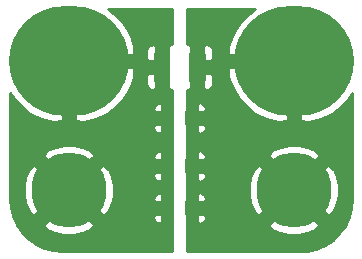
<source format=gbr>
G04 #@! TF.GenerationSoftware,KiCad,Pcbnew,(5.1.5)-3*
G04 #@! TF.CreationDate,2021-08-01T09:21:07-04:00*
G04 #@! TF.ProjectId,BindingPost_PCB,42696e64-696e-4675-906f-73745f504342,rev?*
G04 #@! TF.SameCoordinates,Original*
G04 #@! TF.FileFunction,Copper,L1,Top*
G04 #@! TF.FilePolarity,Positive*
%FSLAX46Y46*%
G04 Gerber Fmt 4.6, Leading zero omitted, Abs format (unit mm)*
G04 Created by KiCad (PCBNEW (5.1.5)-3) date 2021-08-01 09:21:07*
%MOMM*%
%LPD*%
G04 APERTURE LIST*
%ADD10C,6.350000*%
%ADD11O,10.160000X9.271000*%
%ADD12C,0.100000*%
%ADD13C,0.254000*%
G04 APERTURE END LIST*
D10*
X24892000Y-16002000D03*
X5842000Y-16002000D03*
D11*
X5842000Y-5080000D03*
X24892000Y-5080000D03*
G04 #@! TA.AperFunction,SMDPad,CuDef*
D12*
G36*
X17214504Y-4264204D02*
G01*
X17238773Y-4267804D01*
X17262571Y-4273765D01*
X17285671Y-4282030D01*
X17307849Y-4292520D01*
X17328893Y-4305133D01*
X17348598Y-4319747D01*
X17366777Y-4336223D01*
X17383253Y-4354402D01*
X17397867Y-4374107D01*
X17410480Y-4395151D01*
X17420970Y-4417329D01*
X17429235Y-4440429D01*
X17435196Y-4464227D01*
X17438796Y-4488496D01*
X17440000Y-4513000D01*
X17440000Y-6663000D01*
X17438796Y-6687504D01*
X17435196Y-6711773D01*
X17429235Y-6735571D01*
X17420970Y-6758671D01*
X17410480Y-6780849D01*
X17397867Y-6801893D01*
X17383253Y-6821598D01*
X17366777Y-6839777D01*
X17348598Y-6856253D01*
X17328893Y-6870867D01*
X17307849Y-6883480D01*
X17285671Y-6893970D01*
X17262571Y-6902235D01*
X17238773Y-6908196D01*
X17214504Y-6911796D01*
X17190000Y-6913000D01*
X16265000Y-6913000D01*
X16240496Y-6911796D01*
X16216227Y-6908196D01*
X16192429Y-6902235D01*
X16169329Y-6893970D01*
X16147151Y-6883480D01*
X16126107Y-6870867D01*
X16106402Y-6856253D01*
X16088223Y-6839777D01*
X16071747Y-6821598D01*
X16057133Y-6801893D01*
X16044520Y-6780849D01*
X16034030Y-6758671D01*
X16025765Y-6735571D01*
X16019804Y-6711773D01*
X16016204Y-6687504D01*
X16015000Y-6663000D01*
X16015000Y-4513000D01*
X16016204Y-4488496D01*
X16019804Y-4464227D01*
X16025765Y-4440429D01*
X16034030Y-4417329D01*
X16044520Y-4395151D01*
X16057133Y-4374107D01*
X16071747Y-4354402D01*
X16088223Y-4336223D01*
X16106402Y-4319747D01*
X16126107Y-4305133D01*
X16147151Y-4292520D01*
X16169329Y-4282030D01*
X16192429Y-4273765D01*
X16216227Y-4267804D01*
X16240496Y-4264204D01*
X16265000Y-4263000D01*
X17190000Y-4263000D01*
X17214504Y-4264204D01*
G37*
G04 #@! TD.AperFunction*
G04 #@! TA.AperFunction,SMDPad,CuDef*
G36*
X14239504Y-4264204D02*
G01*
X14263773Y-4267804D01*
X14287571Y-4273765D01*
X14310671Y-4282030D01*
X14332849Y-4292520D01*
X14353893Y-4305133D01*
X14373598Y-4319747D01*
X14391777Y-4336223D01*
X14408253Y-4354402D01*
X14422867Y-4374107D01*
X14435480Y-4395151D01*
X14445970Y-4417329D01*
X14454235Y-4440429D01*
X14460196Y-4464227D01*
X14463796Y-4488496D01*
X14465000Y-4513000D01*
X14465000Y-6663000D01*
X14463796Y-6687504D01*
X14460196Y-6711773D01*
X14454235Y-6735571D01*
X14445970Y-6758671D01*
X14435480Y-6780849D01*
X14422867Y-6801893D01*
X14408253Y-6821598D01*
X14391777Y-6839777D01*
X14373598Y-6856253D01*
X14353893Y-6870867D01*
X14332849Y-6883480D01*
X14310671Y-6893970D01*
X14287571Y-6902235D01*
X14263773Y-6908196D01*
X14239504Y-6911796D01*
X14215000Y-6913000D01*
X13290000Y-6913000D01*
X13265496Y-6911796D01*
X13241227Y-6908196D01*
X13217429Y-6902235D01*
X13194329Y-6893970D01*
X13172151Y-6883480D01*
X13151107Y-6870867D01*
X13131402Y-6856253D01*
X13113223Y-6839777D01*
X13096747Y-6821598D01*
X13082133Y-6801893D01*
X13069520Y-6780849D01*
X13059030Y-6758671D01*
X13050765Y-6735571D01*
X13044804Y-6711773D01*
X13041204Y-6687504D01*
X13040000Y-6663000D01*
X13040000Y-4513000D01*
X13041204Y-4488496D01*
X13044804Y-4464227D01*
X13050765Y-4440429D01*
X13059030Y-4417329D01*
X13069520Y-4395151D01*
X13082133Y-4374107D01*
X13096747Y-4354402D01*
X13113223Y-4336223D01*
X13131402Y-4319747D01*
X13151107Y-4305133D01*
X13172151Y-4292520D01*
X13194329Y-4282030D01*
X13217429Y-4273765D01*
X13241227Y-4267804D01*
X13265496Y-4264204D01*
X13290000Y-4263000D01*
X14215000Y-4263000D01*
X14239504Y-4264204D01*
G37*
G04 #@! TD.AperFunction*
G04 #@! TA.AperFunction,SMDPad,CuDef*
G36*
X16614505Y-9207204D02*
G01*
X16638773Y-9210804D01*
X16662572Y-9216765D01*
X16685671Y-9225030D01*
X16707850Y-9235520D01*
X16728893Y-9248132D01*
X16748599Y-9262747D01*
X16766777Y-9279223D01*
X16783253Y-9297401D01*
X16797868Y-9317107D01*
X16810480Y-9338150D01*
X16820970Y-9360329D01*
X16829235Y-9383428D01*
X16835196Y-9407227D01*
X16838796Y-9431495D01*
X16840000Y-9455999D01*
X16840000Y-10356001D01*
X16838796Y-10380505D01*
X16835196Y-10404773D01*
X16829235Y-10428572D01*
X16820970Y-10451671D01*
X16810480Y-10473850D01*
X16797868Y-10494893D01*
X16783253Y-10514599D01*
X16766777Y-10532777D01*
X16748599Y-10549253D01*
X16728893Y-10563868D01*
X16707850Y-10576480D01*
X16685671Y-10586970D01*
X16662572Y-10595235D01*
X16638773Y-10601196D01*
X16614505Y-10604796D01*
X16590001Y-10606000D01*
X15939999Y-10606000D01*
X15915495Y-10604796D01*
X15891227Y-10601196D01*
X15867428Y-10595235D01*
X15844329Y-10586970D01*
X15822150Y-10576480D01*
X15801107Y-10563868D01*
X15781401Y-10549253D01*
X15763223Y-10532777D01*
X15746747Y-10514599D01*
X15732132Y-10494893D01*
X15719520Y-10473850D01*
X15709030Y-10451671D01*
X15700765Y-10428572D01*
X15694804Y-10404773D01*
X15691204Y-10380505D01*
X15690000Y-10356001D01*
X15690000Y-9455999D01*
X15691204Y-9431495D01*
X15694804Y-9407227D01*
X15700765Y-9383428D01*
X15709030Y-9360329D01*
X15719520Y-9338150D01*
X15732132Y-9317107D01*
X15746747Y-9297401D01*
X15763223Y-9279223D01*
X15781401Y-9262747D01*
X15801107Y-9248132D01*
X15822150Y-9235520D01*
X15844329Y-9225030D01*
X15867428Y-9216765D01*
X15891227Y-9210804D01*
X15915495Y-9207204D01*
X15939999Y-9206000D01*
X16590001Y-9206000D01*
X16614505Y-9207204D01*
G37*
G04 #@! TD.AperFunction*
G04 #@! TA.AperFunction,SMDPad,CuDef*
G36*
X14564505Y-9207204D02*
G01*
X14588773Y-9210804D01*
X14612572Y-9216765D01*
X14635671Y-9225030D01*
X14657850Y-9235520D01*
X14678893Y-9248132D01*
X14698599Y-9262747D01*
X14716777Y-9279223D01*
X14733253Y-9297401D01*
X14747868Y-9317107D01*
X14760480Y-9338150D01*
X14770970Y-9360329D01*
X14779235Y-9383428D01*
X14785196Y-9407227D01*
X14788796Y-9431495D01*
X14790000Y-9455999D01*
X14790000Y-10356001D01*
X14788796Y-10380505D01*
X14785196Y-10404773D01*
X14779235Y-10428572D01*
X14770970Y-10451671D01*
X14760480Y-10473850D01*
X14747868Y-10494893D01*
X14733253Y-10514599D01*
X14716777Y-10532777D01*
X14698599Y-10549253D01*
X14678893Y-10563868D01*
X14657850Y-10576480D01*
X14635671Y-10586970D01*
X14612572Y-10595235D01*
X14588773Y-10601196D01*
X14564505Y-10604796D01*
X14540001Y-10606000D01*
X13889999Y-10606000D01*
X13865495Y-10604796D01*
X13841227Y-10601196D01*
X13817428Y-10595235D01*
X13794329Y-10586970D01*
X13772150Y-10576480D01*
X13751107Y-10563868D01*
X13731401Y-10549253D01*
X13713223Y-10532777D01*
X13696747Y-10514599D01*
X13682132Y-10494893D01*
X13669520Y-10473850D01*
X13659030Y-10451671D01*
X13650765Y-10428572D01*
X13644804Y-10404773D01*
X13641204Y-10380505D01*
X13640000Y-10356001D01*
X13640000Y-9455999D01*
X13641204Y-9431495D01*
X13644804Y-9407227D01*
X13650765Y-9383428D01*
X13659030Y-9360329D01*
X13669520Y-9338150D01*
X13682132Y-9317107D01*
X13696747Y-9297401D01*
X13713223Y-9279223D01*
X13731401Y-9262747D01*
X13751107Y-9248132D01*
X13772150Y-9235520D01*
X13794329Y-9225030D01*
X13817428Y-9216765D01*
X13841227Y-9210804D01*
X13865495Y-9207204D01*
X13889999Y-9206000D01*
X14540001Y-9206000D01*
X14564505Y-9207204D01*
G37*
G04 #@! TD.AperFunction*
G04 #@! TA.AperFunction,SMDPad,CuDef*
G36*
X14564505Y-13271204D02*
G01*
X14588773Y-13274804D01*
X14612572Y-13280765D01*
X14635671Y-13289030D01*
X14657850Y-13299520D01*
X14678893Y-13312132D01*
X14698599Y-13326747D01*
X14716777Y-13343223D01*
X14733253Y-13361401D01*
X14747868Y-13381107D01*
X14760480Y-13402150D01*
X14770970Y-13424329D01*
X14779235Y-13447428D01*
X14785196Y-13471227D01*
X14788796Y-13495495D01*
X14790000Y-13519999D01*
X14790000Y-14420001D01*
X14788796Y-14444505D01*
X14785196Y-14468773D01*
X14779235Y-14492572D01*
X14770970Y-14515671D01*
X14760480Y-14537850D01*
X14747868Y-14558893D01*
X14733253Y-14578599D01*
X14716777Y-14596777D01*
X14698599Y-14613253D01*
X14678893Y-14627868D01*
X14657850Y-14640480D01*
X14635671Y-14650970D01*
X14612572Y-14659235D01*
X14588773Y-14665196D01*
X14564505Y-14668796D01*
X14540001Y-14670000D01*
X13889999Y-14670000D01*
X13865495Y-14668796D01*
X13841227Y-14665196D01*
X13817428Y-14659235D01*
X13794329Y-14650970D01*
X13772150Y-14640480D01*
X13751107Y-14627868D01*
X13731401Y-14613253D01*
X13713223Y-14596777D01*
X13696747Y-14578599D01*
X13682132Y-14558893D01*
X13669520Y-14537850D01*
X13659030Y-14515671D01*
X13650765Y-14492572D01*
X13644804Y-14468773D01*
X13641204Y-14444505D01*
X13640000Y-14420001D01*
X13640000Y-13519999D01*
X13641204Y-13495495D01*
X13644804Y-13471227D01*
X13650765Y-13447428D01*
X13659030Y-13424329D01*
X13669520Y-13402150D01*
X13682132Y-13381107D01*
X13696747Y-13361401D01*
X13713223Y-13343223D01*
X13731401Y-13326747D01*
X13751107Y-13312132D01*
X13772150Y-13299520D01*
X13794329Y-13289030D01*
X13817428Y-13280765D01*
X13841227Y-13274804D01*
X13865495Y-13271204D01*
X13889999Y-13270000D01*
X14540001Y-13270000D01*
X14564505Y-13271204D01*
G37*
G04 #@! TD.AperFunction*
G04 #@! TA.AperFunction,SMDPad,CuDef*
G36*
X16614505Y-13271204D02*
G01*
X16638773Y-13274804D01*
X16662572Y-13280765D01*
X16685671Y-13289030D01*
X16707850Y-13299520D01*
X16728893Y-13312132D01*
X16748599Y-13326747D01*
X16766777Y-13343223D01*
X16783253Y-13361401D01*
X16797868Y-13381107D01*
X16810480Y-13402150D01*
X16820970Y-13424329D01*
X16829235Y-13447428D01*
X16835196Y-13471227D01*
X16838796Y-13495495D01*
X16840000Y-13519999D01*
X16840000Y-14420001D01*
X16838796Y-14444505D01*
X16835196Y-14468773D01*
X16829235Y-14492572D01*
X16820970Y-14515671D01*
X16810480Y-14537850D01*
X16797868Y-14558893D01*
X16783253Y-14578599D01*
X16766777Y-14596777D01*
X16748599Y-14613253D01*
X16728893Y-14627868D01*
X16707850Y-14640480D01*
X16685671Y-14650970D01*
X16662572Y-14659235D01*
X16638773Y-14665196D01*
X16614505Y-14668796D01*
X16590001Y-14670000D01*
X15939999Y-14670000D01*
X15915495Y-14668796D01*
X15891227Y-14665196D01*
X15867428Y-14659235D01*
X15844329Y-14650970D01*
X15822150Y-14640480D01*
X15801107Y-14627868D01*
X15781401Y-14613253D01*
X15763223Y-14596777D01*
X15746747Y-14578599D01*
X15732132Y-14558893D01*
X15719520Y-14537850D01*
X15709030Y-14515671D01*
X15700765Y-14492572D01*
X15694804Y-14468773D01*
X15691204Y-14444505D01*
X15690000Y-14420001D01*
X15690000Y-13519999D01*
X15691204Y-13495495D01*
X15694804Y-13471227D01*
X15700765Y-13447428D01*
X15709030Y-13424329D01*
X15719520Y-13402150D01*
X15732132Y-13381107D01*
X15746747Y-13361401D01*
X15763223Y-13343223D01*
X15781401Y-13326747D01*
X15801107Y-13312132D01*
X15822150Y-13299520D01*
X15844329Y-13289030D01*
X15867428Y-13280765D01*
X15891227Y-13274804D01*
X15915495Y-13271204D01*
X15939999Y-13270000D01*
X16590001Y-13270000D01*
X16614505Y-13271204D01*
G37*
G04 #@! TD.AperFunction*
G04 #@! TA.AperFunction,SMDPad,CuDef*
G36*
X16614505Y-16827204D02*
G01*
X16638773Y-16830804D01*
X16662572Y-16836765D01*
X16685671Y-16845030D01*
X16707850Y-16855520D01*
X16728893Y-16868132D01*
X16748599Y-16882747D01*
X16766777Y-16899223D01*
X16783253Y-16917401D01*
X16797868Y-16937107D01*
X16810480Y-16958150D01*
X16820970Y-16980329D01*
X16829235Y-17003428D01*
X16835196Y-17027227D01*
X16838796Y-17051495D01*
X16840000Y-17075999D01*
X16840000Y-17976001D01*
X16838796Y-18000505D01*
X16835196Y-18024773D01*
X16829235Y-18048572D01*
X16820970Y-18071671D01*
X16810480Y-18093850D01*
X16797868Y-18114893D01*
X16783253Y-18134599D01*
X16766777Y-18152777D01*
X16748599Y-18169253D01*
X16728893Y-18183868D01*
X16707850Y-18196480D01*
X16685671Y-18206970D01*
X16662572Y-18215235D01*
X16638773Y-18221196D01*
X16614505Y-18224796D01*
X16590001Y-18226000D01*
X15939999Y-18226000D01*
X15915495Y-18224796D01*
X15891227Y-18221196D01*
X15867428Y-18215235D01*
X15844329Y-18206970D01*
X15822150Y-18196480D01*
X15801107Y-18183868D01*
X15781401Y-18169253D01*
X15763223Y-18152777D01*
X15746747Y-18134599D01*
X15732132Y-18114893D01*
X15719520Y-18093850D01*
X15709030Y-18071671D01*
X15700765Y-18048572D01*
X15694804Y-18024773D01*
X15691204Y-18000505D01*
X15690000Y-17976001D01*
X15690000Y-17075999D01*
X15691204Y-17051495D01*
X15694804Y-17027227D01*
X15700765Y-17003428D01*
X15709030Y-16980329D01*
X15719520Y-16958150D01*
X15732132Y-16937107D01*
X15746747Y-16917401D01*
X15763223Y-16899223D01*
X15781401Y-16882747D01*
X15801107Y-16868132D01*
X15822150Y-16855520D01*
X15844329Y-16845030D01*
X15867428Y-16836765D01*
X15891227Y-16830804D01*
X15915495Y-16827204D01*
X15939999Y-16826000D01*
X16590001Y-16826000D01*
X16614505Y-16827204D01*
G37*
G04 #@! TD.AperFunction*
G04 #@! TA.AperFunction,SMDPad,CuDef*
G36*
X14564505Y-16827204D02*
G01*
X14588773Y-16830804D01*
X14612572Y-16836765D01*
X14635671Y-16845030D01*
X14657850Y-16855520D01*
X14678893Y-16868132D01*
X14698599Y-16882747D01*
X14716777Y-16899223D01*
X14733253Y-16917401D01*
X14747868Y-16937107D01*
X14760480Y-16958150D01*
X14770970Y-16980329D01*
X14779235Y-17003428D01*
X14785196Y-17027227D01*
X14788796Y-17051495D01*
X14790000Y-17075999D01*
X14790000Y-17976001D01*
X14788796Y-18000505D01*
X14785196Y-18024773D01*
X14779235Y-18048572D01*
X14770970Y-18071671D01*
X14760480Y-18093850D01*
X14747868Y-18114893D01*
X14733253Y-18134599D01*
X14716777Y-18152777D01*
X14698599Y-18169253D01*
X14678893Y-18183868D01*
X14657850Y-18196480D01*
X14635671Y-18206970D01*
X14612572Y-18215235D01*
X14588773Y-18221196D01*
X14564505Y-18224796D01*
X14540001Y-18226000D01*
X13889999Y-18226000D01*
X13865495Y-18224796D01*
X13841227Y-18221196D01*
X13817428Y-18215235D01*
X13794329Y-18206970D01*
X13772150Y-18196480D01*
X13751107Y-18183868D01*
X13731401Y-18169253D01*
X13713223Y-18152777D01*
X13696747Y-18134599D01*
X13682132Y-18114893D01*
X13669520Y-18093850D01*
X13659030Y-18071671D01*
X13650765Y-18048572D01*
X13644804Y-18024773D01*
X13641204Y-18000505D01*
X13640000Y-17976001D01*
X13640000Y-17075999D01*
X13641204Y-17051495D01*
X13644804Y-17027227D01*
X13650765Y-17003428D01*
X13659030Y-16980329D01*
X13669520Y-16958150D01*
X13682132Y-16937107D01*
X13696747Y-16917401D01*
X13713223Y-16899223D01*
X13731401Y-16882747D01*
X13751107Y-16868132D01*
X13772150Y-16855520D01*
X13794329Y-16845030D01*
X13817428Y-16836765D01*
X13841227Y-16830804D01*
X13865495Y-16827204D01*
X13889999Y-16826000D01*
X14540001Y-16826000D01*
X14564505Y-16827204D01*
G37*
G04 #@! TD.AperFunction*
D13*
G36*
X14605000Y-3641895D02*
G01*
X14589482Y-3637188D01*
X14465000Y-3624928D01*
X14419250Y-3628000D01*
X14260500Y-3786750D01*
X14260500Y-5080000D01*
X14280500Y-5080000D01*
X14280500Y-6096000D01*
X14260500Y-6096000D01*
X14260500Y-7389250D01*
X14419250Y-7548000D01*
X14465000Y-7551072D01*
X14589482Y-7538812D01*
X14605000Y-7534105D01*
X14605000Y-21184000D01*
X5363392Y-21184000D01*
X4551751Y-21111563D01*
X3794226Y-20904328D01*
X3085373Y-20566221D01*
X2447590Y-20107928D01*
X1901054Y-19543945D01*
X1489230Y-18931086D01*
X3631335Y-18931086D01*
X4022581Y-19370476D01*
X4714698Y-19660703D01*
X5450136Y-19810328D01*
X6200634Y-19813600D01*
X6937349Y-19670395D01*
X7631972Y-19386216D01*
X7661419Y-19370476D01*
X8052665Y-18931086D01*
X7337626Y-18216046D01*
X13002006Y-18216046D01*
X13012323Y-18340704D01*
X13046761Y-18460954D01*
X13103997Y-18572174D01*
X13181831Y-18670092D01*
X13277273Y-18750943D01*
X13386654Y-18811621D01*
X13505771Y-18849794D01*
X13608250Y-18861000D01*
X13767000Y-18702250D01*
X13767000Y-18034000D01*
X13163750Y-18034000D01*
X13005000Y-18192750D01*
X13002006Y-18216046D01*
X7337626Y-18216046D01*
X5842000Y-16720420D01*
X3631335Y-18931086D01*
X1489230Y-18931086D01*
X1463022Y-18892085D01*
X1147349Y-18172963D01*
X962794Y-17404232D01*
X914000Y-16739792D01*
X914000Y-16360634D01*
X2030400Y-16360634D01*
X2173605Y-17097349D01*
X2457784Y-17791972D01*
X2473524Y-17821419D01*
X2912914Y-18212665D01*
X5123580Y-16002000D01*
X6560420Y-16002000D01*
X8771086Y-18212665D01*
X9210476Y-17821419D01*
X9500703Y-17129302D01*
X9560384Y-16835954D01*
X13002006Y-16835954D01*
X13005000Y-16859250D01*
X13163750Y-17018000D01*
X13767000Y-17018000D01*
X13767000Y-16349750D01*
X13608250Y-16191000D01*
X13505771Y-16202206D01*
X13386654Y-16240379D01*
X13277273Y-16301057D01*
X13181831Y-16381908D01*
X13103997Y-16479826D01*
X13046761Y-16591046D01*
X13012323Y-16711296D01*
X13002006Y-16835954D01*
X9560384Y-16835954D01*
X9650328Y-16393864D01*
X9653600Y-15643366D01*
X9510395Y-14906651D01*
X9409506Y-14660046D01*
X13002006Y-14660046D01*
X13012323Y-14784704D01*
X13046761Y-14904954D01*
X13103997Y-15016174D01*
X13181831Y-15114092D01*
X13277273Y-15194943D01*
X13386654Y-15255621D01*
X13505771Y-15293794D01*
X13608250Y-15305000D01*
X13767000Y-15146250D01*
X13767000Y-14478000D01*
X13163750Y-14478000D01*
X13005000Y-14636750D01*
X13002006Y-14660046D01*
X9409506Y-14660046D01*
X9226216Y-14212028D01*
X9210476Y-14182581D01*
X8771086Y-13791335D01*
X6560420Y-16002000D01*
X5123580Y-16002000D01*
X2912914Y-13791335D01*
X2473524Y-14182581D01*
X2183297Y-14874698D01*
X2033672Y-15610136D01*
X2030400Y-16360634D01*
X914000Y-16360634D01*
X914000Y-13072914D01*
X3631335Y-13072914D01*
X5842000Y-15283580D01*
X7845625Y-13279954D01*
X13002006Y-13279954D01*
X13005000Y-13303250D01*
X13163750Y-13462000D01*
X13767000Y-13462000D01*
X13767000Y-12793750D01*
X13608250Y-12635000D01*
X13505771Y-12646206D01*
X13386654Y-12684379D01*
X13277273Y-12745057D01*
X13181831Y-12825908D01*
X13103997Y-12923826D01*
X13046761Y-13035046D01*
X13012323Y-13155296D01*
X13002006Y-13279954D01*
X7845625Y-13279954D01*
X8052665Y-13072914D01*
X7661419Y-12633524D01*
X6969302Y-12343297D01*
X6233864Y-12193672D01*
X5483366Y-12190400D01*
X4746651Y-12333605D01*
X4052028Y-12617784D01*
X4022581Y-12633524D01*
X3631335Y-13072914D01*
X914000Y-13072914D01*
X914000Y-10596046D01*
X13002006Y-10596046D01*
X13012323Y-10720704D01*
X13046761Y-10840954D01*
X13103997Y-10952174D01*
X13181831Y-11050092D01*
X13277273Y-11130943D01*
X13386654Y-11191621D01*
X13505771Y-11229794D01*
X13608250Y-11241000D01*
X13767000Y-11082250D01*
X13767000Y-10414000D01*
X13163750Y-10414000D01*
X13005000Y-10572750D01*
X13002006Y-10596046D01*
X914000Y-10596046D01*
X914000Y-7800682D01*
X1098728Y-8124751D01*
X1775329Y-8904896D01*
X2591128Y-9538052D01*
X3514774Y-9999888D01*
X4510773Y-10272655D01*
X5334000Y-10188690D01*
X5334000Y-5588000D01*
X6350000Y-5588000D01*
X6350000Y-10188690D01*
X7173227Y-10272655D01*
X8169226Y-9999888D01*
X9092872Y-9538052D01*
X9507883Y-9215954D01*
X13002006Y-9215954D01*
X13005000Y-9239250D01*
X13163750Y-9398000D01*
X13767000Y-9398000D01*
X13767000Y-8729750D01*
X13608250Y-8571000D01*
X13505771Y-8582206D01*
X13386654Y-8620379D01*
X13277273Y-8681057D01*
X13181831Y-8761908D01*
X13103997Y-8859826D01*
X13046761Y-8971046D01*
X13012323Y-9091296D01*
X13002006Y-9215954D01*
X9507883Y-9215954D01*
X9908671Y-8904896D01*
X10585272Y-8124751D01*
X11096674Y-7227598D01*
X11207893Y-6913000D01*
X12401928Y-6913000D01*
X12414188Y-7037482D01*
X12450498Y-7157180D01*
X12509463Y-7267494D01*
X12588815Y-7364185D01*
X12685506Y-7443537D01*
X12795820Y-7502502D01*
X12915518Y-7538812D01*
X13040000Y-7551072D01*
X13085750Y-7548000D01*
X13244500Y-7389250D01*
X13244500Y-6096000D01*
X12563750Y-6096000D01*
X12405000Y-6254750D01*
X12401928Y-6913000D01*
X11207893Y-6913000D01*
X11388406Y-6402395D01*
X11372945Y-5588000D01*
X6350000Y-5588000D01*
X5334000Y-5588000D01*
X5314000Y-5588000D01*
X5314000Y-4572000D01*
X5334000Y-4572000D01*
X5334000Y-4552000D01*
X6350000Y-4552000D01*
X6350000Y-4572000D01*
X11372945Y-4572000D01*
X11378811Y-4263000D01*
X12401928Y-4263000D01*
X12405000Y-4921250D01*
X12563750Y-5080000D01*
X13244500Y-5080000D01*
X13244500Y-3786750D01*
X13085750Y-3628000D01*
X13040000Y-3624928D01*
X12915518Y-3637188D01*
X12795820Y-3673498D01*
X12685506Y-3732463D01*
X12588815Y-3811815D01*
X12509463Y-3908506D01*
X12450498Y-4018820D01*
X12414188Y-4138518D01*
X12401928Y-4263000D01*
X11378811Y-4263000D01*
X11388406Y-3757605D01*
X11096674Y-2932402D01*
X10585272Y-2035249D01*
X9908671Y-1255104D01*
X9141901Y-660000D01*
X14605000Y-660000D01*
X14605000Y-3641895D01*
G37*
X14605000Y-3641895D02*
X14589482Y-3637188D01*
X14465000Y-3624928D01*
X14419250Y-3628000D01*
X14260500Y-3786750D01*
X14260500Y-5080000D01*
X14280500Y-5080000D01*
X14280500Y-6096000D01*
X14260500Y-6096000D01*
X14260500Y-7389250D01*
X14419250Y-7548000D01*
X14465000Y-7551072D01*
X14589482Y-7538812D01*
X14605000Y-7534105D01*
X14605000Y-21184000D01*
X5363392Y-21184000D01*
X4551751Y-21111563D01*
X3794226Y-20904328D01*
X3085373Y-20566221D01*
X2447590Y-20107928D01*
X1901054Y-19543945D01*
X1489230Y-18931086D01*
X3631335Y-18931086D01*
X4022581Y-19370476D01*
X4714698Y-19660703D01*
X5450136Y-19810328D01*
X6200634Y-19813600D01*
X6937349Y-19670395D01*
X7631972Y-19386216D01*
X7661419Y-19370476D01*
X8052665Y-18931086D01*
X7337626Y-18216046D01*
X13002006Y-18216046D01*
X13012323Y-18340704D01*
X13046761Y-18460954D01*
X13103997Y-18572174D01*
X13181831Y-18670092D01*
X13277273Y-18750943D01*
X13386654Y-18811621D01*
X13505771Y-18849794D01*
X13608250Y-18861000D01*
X13767000Y-18702250D01*
X13767000Y-18034000D01*
X13163750Y-18034000D01*
X13005000Y-18192750D01*
X13002006Y-18216046D01*
X7337626Y-18216046D01*
X5842000Y-16720420D01*
X3631335Y-18931086D01*
X1489230Y-18931086D01*
X1463022Y-18892085D01*
X1147349Y-18172963D01*
X962794Y-17404232D01*
X914000Y-16739792D01*
X914000Y-16360634D01*
X2030400Y-16360634D01*
X2173605Y-17097349D01*
X2457784Y-17791972D01*
X2473524Y-17821419D01*
X2912914Y-18212665D01*
X5123580Y-16002000D01*
X6560420Y-16002000D01*
X8771086Y-18212665D01*
X9210476Y-17821419D01*
X9500703Y-17129302D01*
X9560384Y-16835954D01*
X13002006Y-16835954D01*
X13005000Y-16859250D01*
X13163750Y-17018000D01*
X13767000Y-17018000D01*
X13767000Y-16349750D01*
X13608250Y-16191000D01*
X13505771Y-16202206D01*
X13386654Y-16240379D01*
X13277273Y-16301057D01*
X13181831Y-16381908D01*
X13103997Y-16479826D01*
X13046761Y-16591046D01*
X13012323Y-16711296D01*
X13002006Y-16835954D01*
X9560384Y-16835954D01*
X9650328Y-16393864D01*
X9653600Y-15643366D01*
X9510395Y-14906651D01*
X9409506Y-14660046D01*
X13002006Y-14660046D01*
X13012323Y-14784704D01*
X13046761Y-14904954D01*
X13103997Y-15016174D01*
X13181831Y-15114092D01*
X13277273Y-15194943D01*
X13386654Y-15255621D01*
X13505771Y-15293794D01*
X13608250Y-15305000D01*
X13767000Y-15146250D01*
X13767000Y-14478000D01*
X13163750Y-14478000D01*
X13005000Y-14636750D01*
X13002006Y-14660046D01*
X9409506Y-14660046D01*
X9226216Y-14212028D01*
X9210476Y-14182581D01*
X8771086Y-13791335D01*
X6560420Y-16002000D01*
X5123580Y-16002000D01*
X2912914Y-13791335D01*
X2473524Y-14182581D01*
X2183297Y-14874698D01*
X2033672Y-15610136D01*
X2030400Y-16360634D01*
X914000Y-16360634D01*
X914000Y-13072914D01*
X3631335Y-13072914D01*
X5842000Y-15283580D01*
X7845625Y-13279954D01*
X13002006Y-13279954D01*
X13005000Y-13303250D01*
X13163750Y-13462000D01*
X13767000Y-13462000D01*
X13767000Y-12793750D01*
X13608250Y-12635000D01*
X13505771Y-12646206D01*
X13386654Y-12684379D01*
X13277273Y-12745057D01*
X13181831Y-12825908D01*
X13103997Y-12923826D01*
X13046761Y-13035046D01*
X13012323Y-13155296D01*
X13002006Y-13279954D01*
X7845625Y-13279954D01*
X8052665Y-13072914D01*
X7661419Y-12633524D01*
X6969302Y-12343297D01*
X6233864Y-12193672D01*
X5483366Y-12190400D01*
X4746651Y-12333605D01*
X4052028Y-12617784D01*
X4022581Y-12633524D01*
X3631335Y-13072914D01*
X914000Y-13072914D01*
X914000Y-10596046D01*
X13002006Y-10596046D01*
X13012323Y-10720704D01*
X13046761Y-10840954D01*
X13103997Y-10952174D01*
X13181831Y-11050092D01*
X13277273Y-11130943D01*
X13386654Y-11191621D01*
X13505771Y-11229794D01*
X13608250Y-11241000D01*
X13767000Y-11082250D01*
X13767000Y-10414000D01*
X13163750Y-10414000D01*
X13005000Y-10572750D01*
X13002006Y-10596046D01*
X914000Y-10596046D01*
X914000Y-7800682D01*
X1098728Y-8124751D01*
X1775329Y-8904896D01*
X2591128Y-9538052D01*
X3514774Y-9999888D01*
X4510773Y-10272655D01*
X5334000Y-10188690D01*
X5334000Y-5588000D01*
X6350000Y-5588000D01*
X6350000Y-10188690D01*
X7173227Y-10272655D01*
X8169226Y-9999888D01*
X9092872Y-9538052D01*
X9507883Y-9215954D01*
X13002006Y-9215954D01*
X13005000Y-9239250D01*
X13163750Y-9398000D01*
X13767000Y-9398000D01*
X13767000Y-8729750D01*
X13608250Y-8571000D01*
X13505771Y-8582206D01*
X13386654Y-8620379D01*
X13277273Y-8681057D01*
X13181831Y-8761908D01*
X13103997Y-8859826D01*
X13046761Y-8971046D01*
X13012323Y-9091296D01*
X13002006Y-9215954D01*
X9507883Y-9215954D01*
X9908671Y-8904896D01*
X10585272Y-8124751D01*
X11096674Y-7227598D01*
X11207893Y-6913000D01*
X12401928Y-6913000D01*
X12414188Y-7037482D01*
X12450498Y-7157180D01*
X12509463Y-7267494D01*
X12588815Y-7364185D01*
X12685506Y-7443537D01*
X12795820Y-7502502D01*
X12915518Y-7538812D01*
X13040000Y-7551072D01*
X13085750Y-7548000D01*
X13244500Y-7389250D01*
X13244500Y-6096000D01*
X12563750Y-6096000D01*
X12405000Y-6254750D01*
X12401928Y-6913000D01*
X11207893Y-6913000D01*
X11388406Y-6402395D01*
X11372945Y-5588000D01*
X6350000Y-5588000D01*
X5334000Y-5588000D01*
X5314000Y-5588000D01*
X5314000Y-4572000D01*
X5334000Y-4572000D01*
X5334000Y-4552000D01*
X6350000Y-4552000D01*
X6350000Y-4572000D01*
X11372945Y-4572000D01*
X11378811Y-4263000D01*
X12401928Y-4263000D01*
X12405000Y-4921250D01*
X12563750Y-5080000D01*
X13244500Y-5080000D01*
X13244500Y-3786750D01*
X13085750Y-3628000D01*
X13040000Y-3624928D01*
X12915518Y-3637188D01*
X12795820Y-3673498D01*
X12685506Y-3732463D01*
X12588815Y-3811815D01*
X12509463Y-3908506D01*
X12450498Y-4018820D01*
X12414188Y-4138518D01*
X12401928Y-4263000D01*
X11378811Y-4263000D01*
X11388406Y-3757605D01*
X11096674Y-2932402D01*
X10585272Y-2035249D01*
X9908671Y-1255104D01*
X9141901Y-660000D01*
X14605000Y-660000D01*
X14605000Y-3641895D01*
G36*
X20825329Y-1255104D02*
G01*
X20148728Y-2035249D01*
X19637326Y-2932402D01*
X19345594Y-3757605D01*
X19361055Y-4572000D01*
X24384000Y-4572000D01*
X24384000Y-4552000D01*
X25400000Y-4552000D01*
X25400000Y-4572000D01*
X25420000Y-4572000D01*
X25420000Y-5588000D01*
X25400000Y-5588000D01*
X25400000Y-10188690D01*
X26223227Y-10272655D01*
X27219226Y-9999888D01*
X28142872Y-9538052D01*
X28958671Y-8904896D01*
X29635272Y-8124751D01*
X29821477Y-7798092D01*
X29826330Y-16734783D01*
X29753808Y-17547372D01*
X29546276Y-18305984D01*
X29207682Y-19015862D01*
X28748738Y-19654550D01*
X28183938Y-20201878D01*
X27531142Y-20640539D01*
X26810988Y-20956665D01*
X26033095Y-21143420D01*
X25621539Y-21184000D01*
X15875000Y-21184000D01*
X15875000Y-18931086D01*
X22681335Y-18931086D01*
X23072581Y-19370476D01*
X23764698Y-19660703D01*
X24500136Y-19810328D01*
X25250634Y-19813600D01*
X25987349Y-19670395D01*
X26681972Y-19386216D01*
X26711419Y-19370476D01*
X27102665Y-18931086D01*
X24892000Y-16720420D01*
X22681335Y-18931086D01*
X15875000Y-18931086D01*
X15875000Y-18034000D01*
X16713000Y-18034000D01*
X16713000Y-18702250D01*
X16871750Y-18861000D01*
X16974229Y-18849794D01*
X17093346Y-18811621D01*
X17202727Y-18750943D01*
X17298169Y-18670092D01*
X17376003Y-18572174D01*
X17433239Y-18460954D01*
X17467677Y-18340704D01*
X17477994Y-18216046D01*
X17475000Y-18192750D01*
X17316250Y-18034000D01*
X16713000Y-18034000D01*
X15875000Y-18034000D01*
X15875000Y-16349750D01*
X16713000Y-16349750D01*
X16713000Y-17018000D01*
X17316250Y-17018000D01*
X17475000Y-16859250D01*
X17477994Y-16835954D01*
X17467677Y-16711296D01*
X17433239Y-16591046D01*
X17376003Y-16479826D01*
X17298169Y-16381908D01*
X17273056Y-16360634D01*
X21080400Y-16360634D01*
X21223605Y-17097349D01*
X21507784Y-17791972D01*
X21523524Y-17821419D01*
X21962914Y-18212665D01*
X24173580Y-16002000D01*
X25610420Y-16002000D01*
X27821086Y-18212665D01*
X28260476Y-17821419D01*
X28550703Y-17129302D01*
X28700328Y-16393864D01*
X28703600Y-15643366D01*
X28560395Y-14906651D01*
X28276216Y-14212028D01*
X28260476Y-14182581D01*
X27821086Y-13791335D01*
X25610420Y-16002000D01*
X24173580Y-16002000D01*
X21962914Y-13791335D01*
X21523524Y-14182581D01*
X21233297Y-14874698D01*
X21083672Y-15610136D01*
X21080400Y-16360634D01*
X17273056Y-16360634D01*
X17202727Y-16301057D01*
X17093346Y-16240379D01*
X16974229Y-16202206D01*
X16871750Y-16191000D01*
X16713000Y-16349750D01*
X15875000Y-16349750D01*
X15875000Y-14478000D01*
X16713000Y-14478000D01*
X16713000Y-15146250D01*
X16871750Y-15305000D01*
X16974229Y-15293794D01*
X17093346Y-15255621D01*
X17202727Y-15194943D01*
X17298169Y-15114092D01*
X17376003Y-15016174D01*
X17433239Y-14904954D01*
X17467677Y-14784704D01*
X17477994Y-14660046D01*
X17475000Y-14636750D01*
X17316250Y-14478000D01*
X16713000Y-14478000D01*
X15875000Y-14478000D01*
X15875000Y-12793750D01*
X16713000Y-12793750D01*
X16713000Y-13462000D01*
X17316250Y-13462000D01*
X17475000Y-13303250D01*
X17477994Y-13279954D01*
X17467677Y-13155296D01*
X17444084Y-13072914D01*
X22681335Y-13072914D01*
X24892000Y-15283580D01*
X27102665Y-13072914D01*
X26711419Y-12633524D01*
X26019302Y-12343297D01*
X25283864Y-12193672D01*
X24533366Y-12190400D01*
X23796651Y-12333605D01*
X23102028Y-12617784D01*
X23072581Y-12633524D01*
X22681335Y-13072914D01*
X17444084Y-13072914D01*
X17433239Y-13035046D01*
X17376003Y-12923826D01*
X17298169Y-12825908D01*
X17202727Y-12745057D01*
X17093346Y-12684379D01*
X16974229Y-12646206D01*
X16871750Y-12635000D01*
X16713000Y-12793750D01*
X15875000Y-12793750D01*
X15875000Y-10414000D01*
X16713000Y-10414000D01*
X16713000Y-11082250D01*
X16871750Y-11241000D01*
X16974229Y-11229794D01*
X17093346Y-11191621D01*
X17202727Y-11130943D01*
X17298169Y-11050092D01*
X17376003Y-10952174D01*
X17433239Y-10840954D01*
X17467677Y-10720704D01*
X17477994Y-10596046D01*
X17475000Y-10572750D01*
X17316250Y-10414000D01*
X16713000Y-10414000D01*
X15875000Y-10414000D01*
X15875000Y-8729750D01*
X16713000Y-8729750D01*
X16713000Y-9398000D01*
X17316250Y-9398000D01*
X17475000Y-9239250D01*
X17477994Y-9215954D01*
X17467677Y-9091296D01*
X17433239Y-8971046D01*
X17376003Y-8859826D01*
X17298169Y-8761908D01*
X17202727Y-8681057D01*
X17093346Y-8620379D01*
X16974229Y-8582206D01*
X16871750Y-8571000D01*
X16713000Y-8729750D01*
X15875000Y-8729750D01*
X15875000Y-7534105D01*
X15890518Y-7538812D01*
X16015000Y-7551072D01*
X16060750Y-7548000D01*
X16219500Y-7389250D01*
X16219500Y-6096000D01*
X17235500Y-6096000D01*
X17235500Y-7389250D01*
X17394250Y-7548000D01*
X17440000Y-7551072D01*
X17564482Y-7538812D01*
X17684180Y-7502502D01*
X17794494Y-7443537D01*
X17891185Y-7364185D01*
X17970537Y-7267494D01*
X18029502Y-7157180D01*
X18065812Y-7037482D01*
X18078072Y-6913000D01*
X18075690Y-6402395D01*
X19345594Y-6402395D01*
X19637326Y-7227598D01*
X20148728Y-8124751D01*
X20825329Y-8904896D01*
X21641128Y-9538052D01*
X22564774Y-9999888D01*
X23560773Y-10272655D01*
X24384000Y-10188690D01*
X24384000Y-5588000D01*
X19361055Y-5588000D01*
X19345594Y-6402395D01*
X18075690Y-6402395D01*
X18075000Y-6254750D01*
X17916250Y-6096000D01*
X17235500Y-6096000D01*
X16219500Y-6096000D01*
X16199500Y-6096000D01*
X16199500Y-5080000D01*
X16219500Y-5080000D01*
X16219500Y-3786750D01*
X17235500Y-3786750D01*
X17235500Y-5080000D01*
X17916250Y-5080000D01*
X18075000Y-4921250D01*
X18078072Y-4263000D01*
X18065812Y-4138518D01*
X18029502Y-4018820D01*
X17970537Y-3908506D01*
X17891185Y-3811815D01*
X17794494Y-3732463D01*
X17684180Y-3673498D01*
X17564482Y-3637188D01*
X17440000Y-3624928D01*
X17394250Y-3628000D01*
X17235500Y-3786750D01*
X16219500Y-3786750D01*
X16060750Y-3628000D01*
X16015000Y-3624928D01*
X15890518Y-3637188D01*
X15875000Y-3641895D01*
X15875000Y-660000D01*
X21592099Y-660000D01*
X20825329Y-1255104D01*
G37*
X20825329Y-1255104D02*
X20148728Y-2035249D01*
X19637326Y-2932402D01*
X19345594Y-3757605D01*
X19361055Y-4572000D01*
X24384000Y-4572000D01*
X24384000Y-4552000D01*
X25400000Y-4552000D01*
X25400000Y-4572000D01*
X25420000Y-4572000D01*
X25420000Y-5588000D01*
X25400000Y-5588000D01*
X25400000Y-10188690D01*
X26223227Y-10272655D01*
X27219226Y-9999888D01*
X28142872Y-9538052D01*
X28958671Y-8904896D01*
X29635272Y-8124751D01*
X29821477Y-7798092D01*
X29826330Y-16734783D01*
X29753808Y-17547372D01*
X29546276Y-18305984D01*
X29207682Y-19015862D01*
X28748738Y-19654550D01*
X28183938Y-20201878D01*
X27531142Y-20640539D01*
X26810988Y-20956665D01*
X26033095Y-21143420D01*
X25621539Y-21184000D01*
X15875000Y-21184000D01*
X15875000Y-18931086D01*
X22681335Y-18931086D01*
X23072581Y-19370476D01*
X23764698Y-19660703D01*
X24500136Y-19810328D01*
X25250634Y-19813600D01*
X25987349Y-19670395D01*
X26681972Y-19386216D01*
X26711419Y-19370476D01*
X27102665Y-18931086D01*
X24892000Y-16720420D01*
X22681335Y-18931086D01*
X15875000Y-18931086D01*
X15875000Y-18034000D01*
X16713000Y-18034000D01*
X16713000Y-18702250D01*
X16871750Y-18861000D01*
X16974229Y-18849794D01*
X17093346Y-18811621D01*
X17202727Y-18750943D01*
X17298169Y-18670092D01*
X17376003Y-18572174D01*
X17433239Y-18460954D01*
X17467677Y-18340704D01*
X17477994Y-18216046D01*
X17475000Y-18192750D01*
X17316250Y-18034000D01*
X16713000Y-18034000D01*
X15875000Y-18034000D01*
X15875000Y-16349750D01*
X16713000Y-16349750D01*
X16713000Y-17018000D01*
X17316250Y-17018000D01*
X17475000Y-16859250D01*
X17477994Y-16835954D01*
X17467677Y-16711296D01*
X17433239Y-16591046D01*
X17376003Y-16479826D01*
X17298169Y-16381908D01*
X17273056Y-16360634D01*
X21080400Y-16360634D01*
X21223605Y-17097349D01*
X21507784Y-17791972D01*
X21523524Y-17821419D01*
X21962914Y-18212665D01*
X24173580Y-16002000D01*
X25610420Y-16002000D01*
X27821086Y-18212665D01*
X28260476Y-17821419D01*
X28550703Y-17129302D01*
X28700328Y-16393864D01*
X28703600Y-15643366D01*
X28560395Y-14906651D01*
X28276216Y-14212028D01*
X28260476Y-14182581D01*
X27821086Y-13791335D01*
X25610420Y-16002000D01*
X24173580Y-16002000D01*
X21962914Y-13791335D01*
X21523524Y-14182581D01*
X21233297Y-14874698D01*
X21083672Y-15610136D01*
X21080400Y-16360634D01*
X17273056Y-16360634D01*
X17202727Y-16301057D01*
X17093346Y-16240379D01*
X16974229Y-16202206D01*
X16871750Y-16191000D01*
X16713000Y-16349750D01*
X15875000Y-16349750D01*
X15875000Y-14478000D01*
X16713000Y-14478000D01*
X16713000Y-15146250D01*
X16871750Y-15305000D01*
X16974229Y-15293794D01*
X17093346Y-15255621D01*
X17202727Y-15194943D01*
X17298169Y-15114092D01*
X17376003Y-15016174D01*
X17433239Y-14904954D01*
X17467677Y-14784704D01*
X17477994Y-14660046D01*
X17475000Y-14636750D01*
X17316250Y-14478000D01*
X16713000Y-14478000D01*
X15875000Y-14478000D01*
X15875000Y-12793750D01*
X16713000Y-12793750D01*
X16713000Y-13462000D01*
X17316250Y-13462000D01*
X17475000Y-13303250D01*
X17477994Y-13279954D01*
X17467677Y-13155296D01*
X17444084Y-13072914D01*
X22681335Y-13072914D01*
X24892000Y-15283580D01*
X27102665Y-13072914D01*
X26711419Y-12633524D01*
X26019302Y-12343297D01*
X25283864Y-12193672D01*
X24533366Y-12190400D01*
X23796651Y-12333605D01*
X23102028Y-12617784D01*
X23072581Y-12633524D01*
X22681335Y-13072914D01*
X17444084Y-13072914D01*
X17433239Y-13035046D01*
X17376003Y-12923826D01*
X17298169Y-12825908D01*
X17202727Y-12745057D01*
X17093346Y-12684379D01*
X16974229Y-12646206D01*
X16871750Y-12635000D01*
X16713000Y-12793750D01*
X15875000Y-12793750D01*
X15875000Y-10414000D01*
X16713000Y-10414000D01*
X16713000Y-11082250D01*
X16871750Y-11241000D01*
X16974229Y-11229794D01*
X17093346Y-11191621D01*
X17202727Y-11130943D01*
X17298169Y-11050092D01*
X17376003Y-10952174D01*
X17433239Y-10840954D01*
X17467677Y-10720704D01*
X17477994Y-10596046D01*
X17475000Y-10572750D01*
X17316250Y-10414000D01*
X16713000Y-10414000D01*
X15875000Y-10414000D01*
X15875000Y-8729750D01*
X16713000Y-8729750D01*
X16713000Y-9398000D01*
X17316250Y-9398000D01*
X17475000Y-9239250D01*
X17477994Y-9215954D01*
X17467677Y-9091296D01*
X17433239Y-8971046D01*
X17376003Y-8859826D01*
X17298169Y-8761908D01*
X17202727Y-8681057D01*
X17093346Y-8620379D01*
X16974229Y-8582206D01*
X16871750Y-8571000D01*
X16713000Y-8729750D01*
X15875000Y-8729750D01*
X15875000Y-7534105D01*
X15890518Y-7538812D01*
X16015000Y-7551072D01*
X16060750Y-7548000D01*
X16219500Y-7389250D01*
X16219500Y-6096000D01*
X17235500Y-6096000D01*
X17235500Y-7389250D01*
X17394250Y-7548000D01*
X17440000Y-7551072D01*
X17564482Y-7538812D01*
X17684180Y-7502502D01*
X17794494Y-7443537D01*
X17891185Y-7364185D01*
X17970537Y-7267494D01*
X18029502Y-7157180D01*
X18065812Y-7037482D01*
X18078072Y-6913000D01*
X18075690Y-6402395D01*
X19345594Y-6402395D01*
X19637326Y-7227598D01*
X20148728Y-8124751D01*
X20825329Y-8904896D01*
X21641128Y-9538052D01*
X22564774Y-9999888D01*
X23560773Y-10272655D01*
X24384000Y-10188690D01*
X24384000Y-5588000D01*
X19361055Y-5588000D01*
X19345594Y-6402395D01*
X18075690Y-6402395D01*
X18075000Y-6254750D01*
X17916250Y-6096000D01*
X17235500Y-6096000D01*
X16219500Y-6096000D01*
X16199500Y-6096000D01*
X16199500Y-5080000D01*
X16219500Y-5080000D01*
X16219500Y-3786750D01*
X17235500Y-3786750D01*
X17235500Y-5080000D01*
X17916250Y-5080000D01*
X18075000Y-4921250D01*
X18078072Y-4263000D01*
X18065812Y-4138518D01*
X18029502Y-4018820D01*
X17970537Y-3908506D01*
X17891185Y-3811815D01*
X17794494Y-3732463D01*
X17684180Y-3673498D01*
X17564482Y-3637188D01*
X17440000Y-3624928D01*
X17394250Y-3628000D01*
X17235500Y-3786750D01*
X16219500Y-3786750D01*
X16060750Y-3628000D01*
X16015000Y-3624928D01*
X15890518Y-3637188D01*
X15875000Y-3641895D01*
X15875000Y-660000D01*
X21592099Y-660000D01*
X20825329Y-1255104D01*
M02*

</source>
